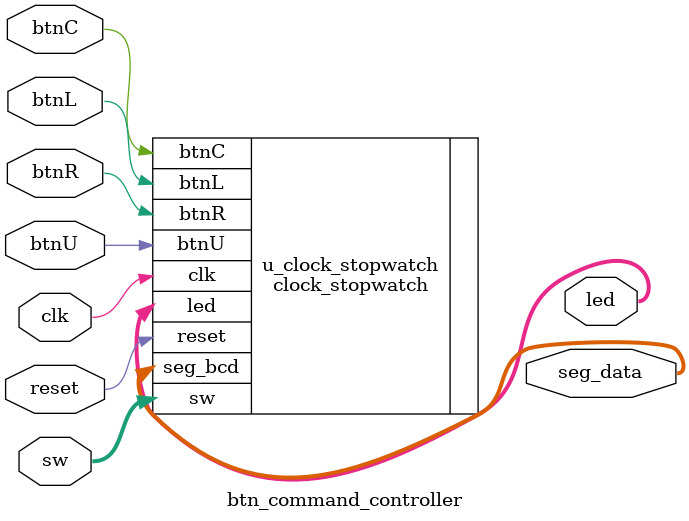
<source format=v>
`timescale 1ns / 1ps

module btn_command_controller(
    input clk,
    input reset,       // 시스템 전체 리셋
    input btnU,        // ◀◀ 추가: 초기화 버튼
    input btnL, btnC, btnR, // 개별 버튼
    input [7:0] sw,
    output [15:0] seg_data,
    output [14:0] led
);

    // --- clock_stopwatch 모듈을 직접 호출 ---
    clock_stopwatch u_clock_stopwatch(
        .clk(clk),
        .reset(reset), // 시스템 리셋 전달
        .btnU(btnU),   // btnU 신호 전달
        .btnL(btnL),
        .btnC(btnC),
        .btnR(btnR),
        .sw(sw),
        .seg_bcd(seg_data), // 출력을 바로 상위로 전달
        .led(led)           // 출력을 바로 상위로 전달
    );

endmodule

</source>
